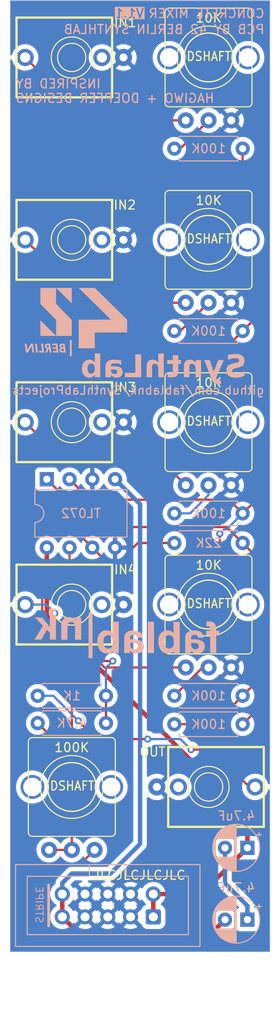
<source format=kicad_pcb>
(kicad_pcb (version 20240108) (generator "pcbnew") (generator_version "8.0")
  (layers (0 "F.Cu" signal) (31 "B.Cu" signal) (34 "B.Paste" user) (35 "F.Paste" user) (36 "B.SilkS" user "B.Silkscreen") (37 "F.SilkS" user "F.Silkscreen") (38 "B.Mask" user) (39 "F.Mask" user) (44 "Edge.Cuts" user))
  (net 0 "")
  (net 1 "GND")
  (net 2 "Net-(J1-PadT)")
  (net 3 "Net-(J2-PadT)")
  (net 5 "Net-(J3-PadT)")
  (net 7 "Net-(J4-PadT)")
  (net 9 "Net-(J5-PadT)")
  (net 11 "Net-(U2C-V+)")
  (net 12 "Net-(U2C-V-)")
  (net 13 "Net-(R1-Pad1)")
  (net 14 "Net-(U2A--)")
  (net 15 "Net-(R2-Pad1)")
  (net 16 "Net-(R3-Pad1)")
  (net 17 "Net-(R4-Pad1)")
  (net 18 "Net-(R5-Pad2)")
  (net 19 "Net-(U2B--)")
  (net 20 "Net-(R7-Pad1)")
  (net 21 "Net-(R7-Pad2)")
  (net 22 "Net-(C1-Pad2)")
  (footprint "Library:EighthInch_PJ398SM_T_TN_S" (layer "F.Cu") (at 83.540163 100.151843)
    (property "Reference" "J3" (hide yes))
    (property "Value" "IN3")
  )
  (footprint "Library:EighthInch_PJ398SM_T_TN_S" (layer "F.Cu") (at 98.7927 140.79 180)
    (property "Reference" "J5" (hide yes))
    (property "Value" "OUT")
  )
  (footprint "Library:Pot_9mm_DShaft_RemovedPins4_5" (layer "F.Cu") (at 98.7927 120.47 180)
    (property "Reference" "RV4" (hide yes))
    (property "Value" "10K")
  )
  (footprint "Library:Pot_9mm_DShaft_RemovedPins4_5" (layer "F.Cu") (at 83.540163 140.791843 180)
    (property "Reference" "RV5" (hide yes))
    (property "Value" "100K")
  )
  (footprint "Library:Pot_9mm_DShaft_RemovedPins4_5" (layer "F.Cu") (at 98.7927 59.51 180)
    (property "Reference" "RV1" (hide yes))
    (property "Value" "10K")
  )
  (footprint "Library:EighthInch_PJ398SM_T_TN_S" (layer "F.Cu") (at 83.540163 79.831843)
    (property "Reference" "J2" (hide yes))
    (property "Value" "IN2")
  )
  (footprint "Library:Pot_9mm_DShaft_RemovedPins4_5" (layer "F.Cu") (at 98.7927 100.15 180)
    (property "Reference" "RV3" (hide yes))
    (property "Value" "10K")
  )
  (footprint "Library:EighthInch_PJ398SM_T_TN_S" (layer "F.Cu") (at 83.540163 120.471843)
    (property "Reference" "J4" (hide yes))
    (property "Value" "IN4")
  )
  (footprint "Library:EighthInch_PJ398SM_T_TN_S" (layer "F.Cu") (at 83.540163 59.511843)
    (property "Reference" "J1" (hide yes))
    (property "Value" "IN1")
  )
  (footprint "Library:Pot_9mm_DShaft_RemovedPins4_5" (layer "F.Cu") (at 98.7927 79.83 180)
    (property "Reference" "RV2" (hide yes))
    (property "Value" "10K")
  )
  (footprint "Resistor_THT:R_Axial_DIN0207_L6.3mm_D2.5mm_P7.62mm_Horizontal" (layer "B.Cu") (at 94.9827 133.805)
    (property "Reference" "R5" (hide yes))
    (property "Value" "100K")
  )
  (footprint "Resistor_THT:R_Axial_DIN0207_L6.3mm_D2.5mm_P7.62mm_Horizontal" (layer "B.Cu") (at 79.730163 133.679843)
    (property "Reference" "R7" (hide yes))
    (property "Value" "4.7K")
  )
  (footprint "Resistor_THT:R_Axial_DIN0207_L6.3mm_D2.5mm_P7.62mm_Horizontal" (layer "B.Cu") (at 94.9827 130.63)
    (property "Reference" "R4" (hide yes))
    (property "Value" "100K")
  )
  (footprint "Capacitor_THT:CP_Radial_D5.0mm_P2.50mm" (layer "B.Cu") (at 103.134876 155.574643 180)
    (property "Reference" "C2" (hide yes))
    (property "Value" "4.7uF")
  )
  (footprint "Package_DIP:DIP-8_W7.62mm" (layer "B.Cu") (at 80.746163 106.501843 -90)
    (property "Reference" "U2" (hide yes))
    (property "Value" "TL072")
  )
  (footprint "Resistor_THT:R_Axial_DIN0207_L6.3mm_D2.5mm_P7.62mm_Horizontal" (layer "B.Cu") (at 94.9827 69.67)
    (property "Reference" "R1" (hide yes))
    (property "Value" "100K")
  )
  (footprint "Capacitor_THT:CP_Radial_D5.0mm_P2.50mm" (layer "B.Cu") (at 103.134876 147.573643 180)
    (property "Reference" "C1" (hide yes))
    (property "Value" "4.7uF")
  )
  (footprint "Resistor_THT:R_Axial_DIN0207_L6.3mm_D2.5mm_P7.62mm_Horizontal" (layer "B.Cu") (at 94.9827 110.31)
    (property "Reference" "R3" (hide yes))
    (property "Value" "100K")
  )
  (footprint "Resistor_THT:R_Axial_DIN0207_L6.3mm_D2.5mm_P7.62mm_Horizontal" (layer "B.Cu") (at 102.6027 113.612 180)
    (property "Reference" "R6" (hide yes))
    (property "Value" "22K")
  )
  (footprint "Library:IDC-Header_2x05_P2.54mm_Vertical_Euro_Power_Striped" (layer "B.Cu") (at 92.633363 155.268 90)
    (property "Reference" "J7" (hide yes))
    (property "Value" "Eurorack_Power_10pin_Unshrouded")
  )
  (footprint "Resistor_THT:R_Axial_DIN0207_L6.3mm_D2.5mm_P7.62mm_Horizontal" (layer "B.Cu") (at 87.350163 130.631843 180)
    (property "Reference" "R8" (hide yes))
    (property "Value" "1K")
  )
  (footprint "Resistor_THT:R_Axial_DIN0207_L6.3mm_D2.5mm_P7.62mm_Horizontal" (layer "B.Cu") (at 94.9827 89.99)
    (property "Reference" "R2" (hide yes))
    (property "Value" "100K")
  )
  (gr_poly (pts (xy 87.910242 88.721843) (xy 84.302163 88.721843) (xy 84.302163 91.916248) (xy 86.106247 91.916248) (xy 86.106247 90.150956) (xy 89.714256 90.150956) (xy 89.714256 88.721843) (xy 86.106247 85.191267) (xy 84.302163 85.191267)) (stroke (width -0.000001)) (fill solid) (layer "B.SilkS"))
  (gr_poly (pts (xy 97.086046 123.36072) (xy 96.97281 123.370112) (xy 96.86686 123.385861) (xy 96.768275 123.408043) (xy 96.721767 123.421571) (xy 96.67713 123.436736) (xy 96.634373 123.453549) (xy 96.593505 123.472018) (xy 96.554536 123.492154) (xy 96.517476 123.513966) (xy 96.482334 123.537465) (xy 96.449121 123.562659) (xy 96.417845 123.589558) (xy 96.388517 123.618172) (xy 96.361147 123.648511) (xy 96.335743 123.680584) (xy 96.312316 123.714402) (xy 96.290875 123.749973) (xy 96.27143 123.787307) (xy 96.253991 123.826415) (xy 96.238567 123.867306) (xy 96.225168 123.909989) (xy 96.213804 123.954474) (xy 96.204485 124.000771) (xy 96.197219 124.04889) (xy 96.192018 124.09884) (xy 96.18889 124.150632) (xy 96.187845 124.204273) (xy 96.187845 125.236148) (xy 96.185571 125.428384) (xy 96.179577 125.623101) (xy 96.175572 125.709762) (xy 96.171102 125.783091) (xy 96.166322 125.838436) (xy 96.161386 125.871147) (xy 96.809616 125.871147) (xy 96.814577 125.848436) (xy 96.819538 125.820918) (xy 96.82946 125.757046) (xy 96.839381 125.690693) (xy 96.844342 125.660075) (xy 96.849303 125.633022) (xy 96.867493 125.658092) (xy 96.887544 125.68351) (xy 96.909765 125.709006) (xy 96.934466 125.734308) (xy 96.947844 125.746802) (xy 96.961958 125.759145) (xy 96.976847 125.771305) (xy 96.99255 125.783246) (xy 97.009106 125.794935) (xy 97.026553 125.806339) (xy 97.044931 125.817423) (xy 97.064277 125.828153) (xy 97.084631 125.838495) (xy 97.106032 125.848416) (xy 97.128517 125.857882) (xy 97.152127 125.866858) (xy 97.1769 125.875312) (xy 97.202873 125.883208) (xy 97.230087 125.890513) (xy 97.258581 125.897193) (xy 97.288391 125.903214) (xy 97.319559 125.908542) (xy 97.352121 125.913144) (xy 97.386118 125.916985) (xy 97.421587 125.920031) (xy 97.458568 125.922249) (xy 97.4971 125.923605) (xy 97.53722 125.924064) (xy 97.592026 125.922914) (xy 97.644833 125.919517) (xy 97.695659 125.913949) (xy 97.74452 125.906288) (xy 97.791434 125.896611) (xy 97.836417 125.884997) (xy 97.879486 125.871522) (xy 97.920659 125.856265) (xy 97.959952 125.839302) (xy 97.997382 125.820711) (xy 98.032967 125.800571) (xy 98.066723 125.778957) (xy 98.098666 125.755948) (xy 98.128815 125.731621) (xy 98.157186 125.706054) (xy 98.183795 125.679325) (xy 98.208661 125.65151) (xy 98.2318 125.622687) (xy 98.253228 125.592935) (xy 98.272963 125.562329) (xy 98.291022 125.530949) (xy 98.307422 125.498871) (xy 98.322179 125.466172) (xy 98.335311 125.432932) (xy 98.356766 125.365132) (xy 98.371923 125.296092) (xy 98.380918 125.226433) (xy 98.383887 125.156773) (xy 98.38287 125.117085) (xy 97.709199 125.117085) (xy 97.707949 125.14914) (xy 97.70416 125.180673) (xy 97.701296 125.196176) (xy 97.697775 125.211469) (xy 97.693591 125.226524) (xy 97.688735 125.241315) (xy 97.683201 125.255815) (xy 97.676982 125.269999) (xy 97.67007 125.283838) (xy 97.662458 125.297306) (xy 97.654138 125.310378) (xy 97.645104 125.323025) (xy 97.635348 125.335222) (xy 97.624863 125.346942) (xy 97.613642 125.358157) (xy 97.601676 125.368843) (xy 97.58896 125.378971) (xy 97.575486 125.388515) (xy 97.561246 125.397449) (xy 97.546234 125.405746) (xy 97.530442 125.413379) (xy 97.513862 125.420322) (xy 97.496488 125.426548) (xy 97.478312 125.43203) (xy 97.459327 125.436742) (xy 97.439525 125.440657) (xy 97.4189 125.443748) (xy 97.397445 125.445989) (xy 97.375151 125.447353) (xy 97.352011 125.447814) (xy 97.312197 125.446932) (xy 97.274571 125.444319) (xy 97.239071 125.440031) (xy 97.205638 125.43412) (xy 97.17421 125.426639) (xy 97.144727 125.417642) (xy 97.117129 125.407181) (xy 97.091355 125.395311) (xy 97.067345 125.382084) (xy 97.045037 125.367554) (xy 97.024372 125.351774) (xy 97.005288 125.334798) (xy 96.987726 125.316678) (xy 96.971624 125.297468) (xy 96.956923 125.277221) (xy 96.943561 125.255991) (xy 96.931478 125.233831) (xy 96.920613 125.210794) (xy 96.910907 125.186933) (xy 96.902297 125.162302) (xy 96.894725 125.136954) (xy 96.888128 125.110942) (xy 96.877622 125.05714) (xy 96.870293 125.001323) (xy 96.865659 124.943917) (xy 96.863233 124.885348) (xy 96.862532 124.826043) (xy 96.862533 124.746668) (xy 97.140345 124.746668) (xy 97.214317 124.748212) (xy 97.282533 124.752818) (xy 97.345129 124.760447) (xy 97.402241 124.77106) (xy 97.454005 124.784618) (xy 97.500555 124.801084) (xy 97.521918 124.810394) (xy 97.542029 124.820417) (xy 97.560904 124.831147) (xy 97.578561 124.84258) (xy 97.595016 124.85471) (xy 97.610287 124.867533) (xy 97.62439 124.881044) (xy 97.637343 124.895238) (xy 97.649162 124.91011) (xy 97.659864 124.925656) (xy 97.669467 124.94187) (xy 97.677986 124.958748) (xy 97.68544 124.976285) (xy 97.691845 124.994476) (xy 97.697218 125.013316) (xy 97.701577 125.0328) (xy 97.707316 125.073683) (xy 97.709199 125.117085) (xy 98.38287 125.117085) (xy 98.382574 125.105535) (xy 98.378658 125.055997) (xy 98.372168 125.008155) (xy 98.363138 124.962004) (xy 98.351599 124.917539) (xy 98.337581 124.874755) (xy 98.321117 124.833647) (xy 98.302238 124.794211) (xy 98.280975 124.756441) (xy 98.25736 124.720333) (xy 98.231424 124.685882) (xy 98.2032 124.653082) (xy 98.172718 124.62193) (xy 98.140009 124.592421) (xy 98.105106 124.564549) (xy 98.06804 124.538309) (xy 98.028842 124.513697) (xy 97.987544 124.490709) (xy 97.944178 124.469338) (xy 97.898774 124.449581) (xy 97.851365 124.431432) (xy 97.801981 124.414886) (xy 97.750655 124.39994) (xy 97.697417 124.386587) (xy 97.6423 124.374823) (xy 97.585334 124.364644) (xy 97.526552 124.356044) (xy 97.465984 124.349018) (xy 97.403663 124.343562) (xy 97.339619 124.339671) (xy 97.206491 124.336564) (xy 96.849303 124.336564) (xy 96.849303 124.191044) (xy 96.850124 124.15884) (xy 96.852766 124.126888) (xy 96.8575 124.095439) (xy 96.864599 124.064747) (xy 96.86912 124.049762) (xy 96.874334 124.035062) (xy 96.880274 124.020676) (xy 96.886975 124.006636) (xy 96.894471 123.992975) (xy 96.902795 123.979723) (xy 96.911981 123.966911) (xy 96.922064 123.954572) (xy 96.933076 123.942737) (xy 96.945053 123.931438) (xy 96.958028 123.920705) (xy 96.972035 123.91057) (xy 96.987107 123.901065) (xy 97.00328 123.892222) (xy 97.020586 123.884071) (xy 97.039059 123.876644) (xy 97.058734 123.869974) (xy 97.079645 123.86409) (xy 97.101824 123.859026) (xy 97.125307 123.854811) (xy 97.150127 123.851478) (xy 97.176318 123.849059) (xy 97.203914 123.847584) (xy 97.232949 123.847086) (xy 97.259581 123.847433) (xy 97.284929 123.848468) (xy 97.309027 123.850181) (xy 97.33191 123.852563) (xy 97.35361 123.855604) (xy 97.374162 123.859294) (xy 97.393599 123.863624) (xy 97.411956 123.868583) (xy 97.429267 123.874162) (xy 97.445566 123.880352) (xy 97.460885 123.887143) (xy 97.47526 123.894525) (xy 97.488724 123.902488) (xy 97.501312 123.911022) (xy 97.513056 123.920119) (xy 97.523991 123.929768) (xy 97.534151 123.93996) (xy 97.54357 123.950684) (xy 97.552281 123.961932) (xy 97.56032 123.973693) (xy 97.567718 123.985958) (xy 97.574511 123.998717) (xy 97.586416 124.025679) (xy 97.596306 124.054502) (xy 97.604451 124.085107) (xy 97.611124 124.117418) (xy 97.616595 124.151356) (xy 98.264824 124.151356) (xy 98.254683 124.070499) (xy 98.238883 123.991909) (xy 98.22874 123.953591) (xy 98.217037 123.915993) (xy 98.203725 123.879165) (xy 98.188757 123.843158) (xy 98.172083 123.808023) (xy 98.153655 123.773812) (xy 98.133426 123.740574) (xy 98.111345 123.70836) (xy 98.087366 123.677222) (xy 98.061439 123.647211) (xy 98.033516 123.618377) (xy 98.003548 123.59077) (xy 97.971488 123.564443) (xy 97.937286 123.539446) (xy 97.900895 123.51583) (xy 97.862265 123.493645) (xy 97.821349 123.472942) (xy 97.778097 123.453773) (xy 97.732462 123.436188) (xy 97.684395 123.420238) (xy 97.633847 123.405974) (xy 97.58077 123.393447) (xy 97.525117 123.382708) (xy 97.466837 123.373807) (xy 97.405883 123.366796) (xy 97.342206 123.361724) (xy 97.275758 123.358644) (xy 97.206491 123.357607)) (stroke (width -0.000001)) (fill solid) (layer "B.SilkS"))
  (gr_poly (pts (xy 80.031852 90.536016) (xy 81.782889 90.536016) (xy 80.031852 88.806838)) (stroke (width -0.000001)) (fill solid) (layer "B.SilkS"))
  (gr_poly (pts (xy 90.286256 123.36072) (xy 90.17302 123.370112) (xy 90.067071 123.385861) (xy 89.968485 123.408043) (xy 89.921978 123.421571) (xy 89.877341 123.436736) (xy 89.834583 123.453549) (xy 89.793715 123.472018) (xy 89.754747 123.492154) (xy 89.717687 123.513966) (xy 89.682545 123.537465) (xy 89.649332 123.562659) (xy 89.618056 123.589558) (xy 89.588728 123.618172) (xy 89.561357 123.648511) (xy 89.535954 123.680584) (xy 89.512526 123.714402) (xy 89.491086 123.749973) (xy 89.471641 123.787307) (xy 89.454202 123.826415) (xy 89.438778 123.867306) (xy 89.425379 123.909989) (xy 89.414015 123.954474) (xy 89.404696 124.000771) (xy 89.39743 124.04889) (xy 89.392229 124.09884) (xy 89.389101 124.150632) (xy 89.388056 124.204273) (xy 89.388054 125.236148) (xy 89.38578 125.428384) (xy 89.379786 125.623101) (xy 89.375781 125.709762) (xy 89.371311 125.783091) (xy 89.366531 125.838436) (xy 89.361596 125.871147) (xy 90.009826 125.871147) (xy 90.014786 125.848436) (xy 90.019747 125.820918) (xy 90.029669 125.757046) (xy 90.039591 125.690693) (xy 90.044552 125.660075) (xy 90.049513 125.633022) (xy 90.067703 125.658092) (xy 90.087753 125.68351) (xy 90.109974 125.709006) (xy 90.134675 125.734308) (xy 90.148053 125.746802) (xy 90.162167 125.759145) (xy 90.177056 125.771305) (xy 90.19276 125.783246) (xy 90.209316 125.794935) (xy 90.226763 125.806339) (xy 90.24514 125.817423) (xy 90.264487 125.828153) (xy 90.284841 125.838495) (xy 90.306241 125.848416) (xy 90.328727 125.857882) (xy 90.352337 125.866858) (xy 90.377109 125.875312) (xy 90.403083 125.883208) (xy 90.430297 125.890513) (xy 90.45879 125.897193) (xy 90.488601 125.903214) (xy 90.519768 125.908542) (xy 90.552331 125.913144) (xy 90.586328 125.916985) (xy 90.621797 125.920031) (xy 90.658778 125.922249) (xy 90.697309 125.923605) (xy 90.73743 125.924064) (xy 90.792235 125.922914) (xy 90.845042 125.919517) (xy 90.895868 125.913949) (xy 90.944729 125.906288) (xy 90.991643 125.896611) (xy 91.036626 125.884997) (xy 91.079696 125.871522) (xy 91.120868 125.856265) (xy 91.160162 125.839302) (xy 91.197592 125.820711) (xy 91.233176 125.800571) (xy 91.266932 125.778957) (xy 91.298876 125.755948) (xy 91.329024 125.731621) (xy 91.357395 125.706054) (xy 91.384005 125.679325) (xy 91.40887 125.65151) (xy 91.432009 125.622687) (xy 91.453437 125.592935) (xy 91.473172 125.562329) (xy 91.491231 125.530949) (xy 91.507631 125.498871) (xy 91.522388 125.466172) (xy 91.53552 125.432932) (xy 91.556975 125.365132) (xy 91.572133 125.296092) (xy 91.581128 125.226433) (xy 91.584096 125.156773) (xy 91.583079 125.117085) (xy 90.909408 125.117085) (xy 90.908158 125.14914) (xy 90.904369 125.180673) (xy 90.901505 125.196176) (xy 90.897984 125.211469) (xy 90.893799 125.226524) (xy 90.888944 125.241315) (xy 90.88341 125.255815) (xy 90.877191 125.269999) (xy 90.870279 125.283838) (xy 90.862666 125.297306) (xy 90.854347 125.310378) (xy 90.845313 125.323025) (xy 90.835557 125.335222) (xy 90.825072 125.346942) (xy 90.81385 125.358157) (xy 90.801885 125.368843) (xy 90.789169 125.378971) (xy 90.775695 125.388515) (xy 90.761456 125.397449) (xy 90.746443 125.405746) (xy 90.730651 125.413379) (xy 90.714071 125.420322) (xy 90.696697 125.426548) (xy 90.678521 125.43203) (xy 90.659536 125.436742) (xy 90.639735 125.440657) (xy 90.61911 125.443748) (xy 90.597654 125.445989) (xy 90.57536 125.447353) (xy 90.552221 125.447814) (xy 90.512407 125.446932) (xy 90.474781 125.444319) (xy 90.439281 125.440031) (xy 90.405847 125.43412) (xy 90.37442 125.426639) (xy 90.344937 125.417642) (xy 90.317339 125.407181) (xy 90.291565 125.395311) (xy 90.267554 125.382084) (xy 90.245247 125.367554) (xy 90.224581 125.351774) (xy 90.205498 125.334798) (xy 90.187936 125.316678) (xy 90.171834 125.297468) (xy 90.157132 125.277221) (xy 90.14377 125.255991) (xy 90.131687 125.233831) (xy 90.120823 125.210794) (xy 90.111116 125.186933) (xy 90.102507 125.162302) (xy 90.094934 125.136954) (xy 90.088338 125.110942) (xy 90.077832 125.05714) (xy 90.070503 125.001323) (xy 90.065869 124.943917) (xy 90.063443 124.885348) (xy 90.062742 124.826043) (xy 90.062741 124.746668) (xy 90.340553 124.746668) (xy 90.414525 124.748212) (xy 90.482741 124.752818) (xy 90.545337 124.760447) (xy 90.602449 124.77106) (xy 90.654213 124.784618) (xy 90.700764 124.801084) (xy 90.722127 124.810394) (xy 90.742237 124.820417) (xy 90.761113 124.831147) (xy 90.778769 124.84258) (xy 90.795225 124.85471) (xy 90.810495 124.867533) (xy 90.824599 124.881044) (xy 90.837551 124.895238) (xy 90.84937 124.91011) (xy 90.860073 124.925656) (xy 90.869675 124.94187) (xy 90.878195 124.958748) (xy 90.885649 124.976285) (xy 90.892054 124.994476) (xy 90.897427 125.013316) (xy 90.901785 125.0328) (xy 90.907525 125.073683) (xy 90.909408 125.117085) (xy 91.583079 125.117085) (xy 91.582783 125.105535) (xy 91.578867 125.055997) (xy 91.572378 125.008155) (xy 91.563348 124.962004) (xy 91.551808 124.917539) (xy 91.537791 124.874755) (xy 91.521326 124.833647) (xy 91.502447 124.794211) (xy 91.481184 124.756441) (xy 91.457569 124.720333) (xy 91.431634 124.685882) (xy 91.403409 124.653082) (xy 91.372927 124.62193) (xy 91.340219 124.592421) (xy 91.305316 124.564549) (xy 91.268249 124.538309) (xy 91.229052 124.513697) (xy 91.187754 124.490709) (xy 91.144387 124.469338) (xy 91.098983 124.449581) (xy 91.051574 124.431432) (xy 91.00219 124.414886) (xy 90.950864 124.39994) (xy 90.897626 124.386587) (xy 90.842509 124.374823) (xy 90.785543 124.364644) (xy 90.726761 124.356044) (xy 90.666193 124.349018) (xy 90.603872 124.343562) (xy 90.539828 124.339671) (xy 90.4067 124.336564) (xy 90.049513 124.336564) (xy 90.049513 124.191044) (xy 90.050333 124.15884) (xy 90.052975 124.126888) (xy 90.05771 124.095439) (xy 90.064809 124.064747) (xy 90.06933 124.049762) (xy 90.074544 124.035062) (xy 90.080484 124.020676) (xy 90.087185 124.006636) (xy 90.09468 123.992975) (xy 90.103004 123.979723) (xy 90.112191 123.966911) (xy 90.122273 123.954572) (xy 90.133286 123.942737) (xy 90.145263 123.931438) (xy 90.158238 123.920705) (xy 90.172244 123.91057) (xy 90.187317 123.901065) (xy 90.203489 123.892222) (xy 90.220795 123.884071) (xy 90.239269 123.876644) (xy 90.258944 123.869974) (xy 90.279854 123.86409) (xy 90.302034 123.859026) (xy 90.325517 123.854811) (xy 90.350337 123.851478) (xy 90.376528 123.849059) (xy 90.404124 123.847584) (xy 90.433159 123.847086) (xy 90.459791 123.847433) (xy 90.485139 123.848468) (xy 90.509237 123.850181) (xy 90.532119 123.852563) (xy 90.553819 123.855604) (xy 90.574371 123.859294) (xy 90.593809 123.863624) (xy 90.612166 123.868583) (xy 90.629477 123.874162) (xy 90.645775 123.880352) (xy 90.661094 123.887143) (xy 90.675469 123.894525) (xy 90.688934 123.902488) (xy 90.701521 123.911022) (xy 90.713265 123.920119) (xy 90.7242 123.929768) (xy 90.73436 123.93996) (xy 90.743779 123.950684) (xy 90.752491 123.961932) (xy 90.760529 123.973693) (xy 90.767928 123.985958) (xy 90.774721 123.998717) (xy 90.786626 124.025679) (xy 90.796515 124.054502) (xy 90.804661 124.085107) (xy 90.811334 124.117418) (xy 90.816805 124.151356) (xy 91.465034 124.151356) (xy 91.454893 124.070499) (xy 91.439093 123.991909) (xy 91.42895 123.953591) (xy 91.417246 123.915993) (xy 91.403935 123.879165) (xy 91.388966 123.843158) (xy 91.372293 123.808023) (xy 91.353865 123.773812) (xy 91.333636 123.740574) (xy 91.311555 123.70836) (xy 91.287576 123.677222) (xy 91.261649 123.647211) (xy 91.233726 123.618377) (xy 91.203758 123.59077) (xy 91.171698 123.564443) (xy 91.137496 123.539446) (xy 91.101105 123.51583) (xy 91.062475 123.493645) (xy 91.021558 123.472942) (xy 90.978307 123.453773) (xy 90.932672 123.436188) (xy 90.884605 123.420238) (xy 90.834057 123.405974) (xy 90.780981 123.393447) (xy 90.725327 123.382708) (xy 90.667047 123.373807) (xy 90.606093 123.366796) (xy 90.542416 123.361724) (xy 90.475968 123.358644) (xy 90.406701 123.357607)) (stroke (width -0.000001)) (fill solid) (layer "B.SilkS"))
  (gr_poly (pts (xy 80.216435 92.216094) (xy 79.870174 92.216094) (xy 79.893346 92.393364) (xy 80.448177 92.393364) (xy 80.316627 91.39516) (xy 80.107377 91.39516)) (stroke (width -0.000001)) (fill solid) (layer "B.SilkS"))
  (gr_poly (pts (xy 83.537431 86.920454) (xy 83.537431 85.191267) (xy 81.786394 85.191267)) (stroke (width -0.000001)) (fill solid) (layer "B.SilkS"))
  (gr_poly (pts (xy 98.828252 122.339555) (xy 98.782829 122.341234) (xy 98.738025 122.343844) (xy 98.694772 122.347229) (xy 98.653999 122.351233) (xy 98.616637 122.355703) (xy 98.583616 122.360484) (xy 98.555866 122.365419) (xy 98.555866 122.907815) (xy 98.563459 122.907666) (xy 98.571343 122.907246) (xy 98.587905 122.905748) (xy 98.605398 122.903629) (xy 98.623665 122.9012) (xy 98.642553 122.898771) (xy 98.661906 122.896652) (xy 98.671708 122.895806) (xy 98.681569 122.895154) (xy 98.691468 122.894734) (xy 98.701387 122.894585) (xy 98.737208 122.895538) (xy 98.754091 122.896754) (xy 98.770297 122.898487) (xy 98.785835 122.900752) (xy 98.800712 122.903567) (xy 98.814935 122.906949) (xy 98.828511 122.910915) (xy 98.841447 122.915481) (xy 98.853751 122.920666) (xy 98.865431 122.926485) (xy 98.876492 122.932955) (xy 98.886943 122.940094) (xy 98.896791 122.947919) (xy 98.906043 122.956446) (xy 98.914707 122.965692) (xy 98.922789 122.975675) (xy 98.930297 122.986411) (xy 98.937238 122.997918) (xy 98.94362 123.010211) (xy 98.949449 123.023309) (xy 98.954734 123.037228) (xy 98.95948 123.051986) (xy 98.963696 123.067598) (xy 98.967389 123.084082) (xy 98.970566 123.101456) (xy 98.973234 123.119735) (xy 98.975401 123.138937) (xy 98.978259 123.180178) (xy 98.979199 123.225314) (xy 98.979199 123.384065) (xy 98.542637 123.384065) (xy 98.542637 123.900002) (xy 98.979199 123.900002) (xy 98.979199 125.857918) (xy 99.653886 125.871147) (xy 99.653886 123.913231) (xy 100.011074 123.913231) (xy 100.011074 123.397294) (xy 99.653886 123.397294) (xy 99.653886 123.185627) (xy 99.650934 123.091094) (xy 99.642053 123.001116) (xy 99.627202 122.915905) (xy 99.617526 122.875154) (xy 99.606344 122.835674) (xy 99.59365 122.797493) (xy 99.57944 122.760637) (xy 99.563709 122.725132) (xy 99.546451 122.691006) (xy 99.527663 122.658285) (xy 99.507339 122.626995) (xy 99.485474 122.597164) (xy 99.462064 122.568817) (xy 99.437103 122.541982) (xy 99.410587 122.516685) (xy 99.382512 122.492953) (xy 99.352871 122.470813) (xy 99.321661 122.45029) (xy 99.288876 122.431413) (xy 99.254512 122.414206) (xy 99.218564 122.398698) (xy 99.181027 122.384915) (xy 99.141896 122.372883) (xy 99.101166 122.362628) (xy 99.058832 122.354179) (xy 99.01489 122.347561) (xy 98.969335 122.3428) (xy 98.922162 122.339925) (xy 98.873366 122.33896)) (stroke (width -0.000001)) (fill solid) (layer "B.SilkS"))
  (gr_poly (pts (xy 92.020658 125.871147) (xy 92.708574 125.871147) (xy 92.708574 122.391877) (xy 92.020658 122.391877)) (stroke (width -0.000001)) (fill solid) (layer "B.SilkS"))
  (gr_poly (pts (xy 81.080138 122.960731) (xy 81.004691 122.860479) (xy 80.918081 122.749064) (xy 80.82155 122.627728) (xy 80.716336 122.49771) (xy 80.484826 122.21659) (xy 80.233472 121.915627) (xy 79.452952 121.915627) (xy 80.312848 122.841668) (xy 79.373576 124.376252) (xy 80.140868 124.376252) (xy 80.762639 123.278231) (xy 81.080138 123.582502) (xy 81.080138 124.376252) (xy 81.768054 124.376252) (xy 81.768054 120.91021) (xy 81.080138 120.91021)) (stroke (width -0.000001)) (fill solid) (layer "B.SilkS"))
  (gr_poly (pts (xy 94.891386 123.661877) (xy 94.870432 123.63215) (xy 94.847152 123.602656) (xy 94.821391 123.573626) (xy 94.792995 123.545295) (xy 94.77776 123.531463) (xy 94.761808 123.517893) (xy 94.74512 123.504614) (xy 94.727676 123.491655) (xy 94.709457 123.479044) (xy 94.690443 123.466811) (xy 94.670615 123.454985) (xy 94.649954 123.443595) (xy 94.628441 123.432671) (xy 94.606055 123.42224) (xy 94.582778 123.412333) (xy 94.558591 123.402978) (xy 94.533473 123.394204) (xy 94.507405 123.386041) (xy 94.480369 123.378517) (xy 94.452344 123.371662) (xy 94.423311 123.365504) (xy 94.393252 123.360073) (xy 94.362146 123.355398) (xy 94.329974 123.351508) (xy 94.296717 123.348432) (xy 94.262355 123.346198) (xy 94.22687 123.344837) (xy 94.190241 123.344377) (xy 94.127996 123.345992) (xy 94.067764 123.350785) (xy 94.009543 123.358678) (xy 93.95333 123.369595) (xy 93.899123 123.383457) (xy 93.846919 123.400187) (xy 93.796715 123.419708) (xy 93.748511 123.441942) (xy 93.702302 123.466811) (xy 93.658087 123.494238) (xy 93.615862 123.524146) (xy 93.575627 123.556457) (xy 93.537378 123.591093) (xy 93.501113 123.627977) (xy 93.466829 123.667031) (xy 93.434525 123.708179) (xy 93.404197 123.751341) (xy 93.375843 123.796442) (xy 93.349461 123.843403) (xy 93.325048 123.892147) (xy 93.302602 123.942596) (xy 93.282121 123.994673) (xy 93.263602 124.0483) (xy 93.247042 124.1034) (xy 93.23244 124.159895) (xy 93.219793 124.217708) (xy 93.209098 124.276762) (xy 93.200353 124.336978) (xy 93.193555 124.398279) (xy 93.188703 124.460588) (xy 93.184824 124.587918) (xy 93.18901 124.716289) (xy 93.201567 124.842838) (xy 93.222496 124.966674) (xy 93.251797 125.086906) (xy 93.289469 125.202642) (xy 93.335512 125.31299) (xy 93.389928 125.41706) (xy 93.420275 125.466462) (xy 93.452714 125.51396) (xy 93.487247 125.559442) (xy 93.523873 125.602798) (xy 93.562591 125.643916) (xy 93.603403 125.682683) (xy 93.646307 125.71899) (xy 93.691304 125.752724) (xy 93.738395 125.783774) (xy 93.787578 125.812029) (xy 93.838854 125.837377) (xy 93.892222 125.859707) (xy 93.947684 125.878908) (xy 94.005239 125.894867) (xy 94.064886 125.907473) (xy 94.126627 125.916616) (xy 94.19046 125.922183) (xy 94.256386 125.924064) (xy 94.323401 125.92283) (xy 94.385706 125.919155) (xy 94.443555 125.913076) (xy 94.497198 125.904633) (xy 94.546889 125.893865) (xy 94.592877 125.880811) (xy 94.635417 125.865508) (xy 94.674759 125.847996) (xy 94.711155 125.828314) (xy 94.744858 125.8065) (xy 94.776119 125.782593) (xy 94.80519 125.756632) (xy 94.832324 125.728656) (xy 94.857771 125.698703) (xy 94.881784 125.666812) (xy 94.904616 125.633022) (xy 94.90521 125.66333) (xy 94.90689 125.694413) (xy 94.909499 125.725807) (xy 94.912884 125.757045) (xy 94.916889 125.787663) (xy 94.921359 125.817197) (xy 94.926139 125.845179) (xy 94.931074 125.871147) (xy 95.579303 125.871147) (xy 95.579303 124.640834) (xy 94.917845 124.640834) (xy 94.916411 124.716589) (xy 94.911954 124.789843) (xy 94.904241 124.860269) (xy 94.89304 124.927535) (xy 94.878119 124.991314) (xy 94.859244 125.051275) (xy 94.836183 125.107088) (xy 94.823011 125.133337) (xy 94.808704 125.158426) (xy 94.793235 125.182313) (xy 94.776575 125.204957) (xy 94.758693 125.226318) (xy 94.739561 125.246353) (xy 94.719151 125.265023) (xy 94.697432 125.282284) (xy 94.674376 125.298098) (xy 94.649954 125.312422) (xy 94.624137 125.325214) (xy 94.596895 125.336435) (xy 94.568201 125.346042) (xy 94.538023 125.353995) (xy 94.506334 125.360253) (xy 94.473105 125.364773) (xy 94.438305 125.367516) (xy 94.401907 125.368439) (xy 94.370127 125.368753) (xy 94.339282 125.367234) (xy 94.309377 125.363908) (xy 94.280416 125.358801) (xy 94.252405 125.351941) (xy 94.225348 125.343353) (xy 94.199251 125.333065) (xy 94.174118 125.321103) (xy 94.149953 125.307494) (xy 94.126763 125.292265) (xy 94.104551 125.275441) (xy 94.083322 125.25705) (xy 94.063082 125.237119) (xy 94.043835 125.215674) (xy 94.025586 125.192741) (xy 94.00834 125.168348) (xy 93.992101 125.142521) (xy 93.976875 125.115286) (xy 93.962667 125.08667) (xy 93.94948 125.056701) (xy 93.937321 125.025404) (xy 93.926193 124.992806) (xy 93.916103 124.958934) (xy 93.907054 124.923815) (xy 93.899051 124.887475) (xy 93.8921 124.84994) (xy 93.886205 124.811238) (xy 93.881371 124.771395) (xy 93.877602 124.730438) (xy 93.874905 124.688393) (xy 93.873282 124.645287) (xy 93.872741 124.601147) (xy 93.874611 124.525541) (xy 93.88026 124.452707) (xy 93.889746 124.382934) (xy 93.903127 124.316513) (xy 93.920461 124.253736) (xy 93.941806 124.194893) (xy 93.967222 124.140274) (xy 93.981473 124.11464) (xy 93.996764 124.09017) (xy 94.013102 124.066903) (xy 94.030493 124.044873) (xy 94.048945 124.024117) (xy 94.068465 124.004672) (xy 94.089061 123.986573) (xy 94.11074 123.969858) (xy 94.133509 123.954562) (xy 94.157375 123.940722) (xy 94.182345 123.928374) (xy 94.208428 123.917555) (xy 94.23563 123.9083) (xy 94.263957 123.900647) (xy 94.293419 123.894631) (xy 94.324022 123.890289) (xy 94.355772 123.887657) (xy 94.388678 123.886772) (xy 94.425114 123.887508) (xy 94.460024 123.889717) (xy 94.493432 123.893399) (xy 94.525363 123.898554) (xy 94.55584 123.905182) (xy 94.584887 123.913282) (xy 94.61253 123.922855) (xy 94.638792 123.933901) (xy 94.663698 123.946419) (xy 94.687271 123.960411) (xy 94.709537 123.975875) (xy 94.730518 123.992812) (xy 94.75024 124.011222) (xy 94.768726 124.031104) (xy 94.786002 124.05246) (xy 94.80209 124.075288) (xy 94.817016 124.099588) (xy 94.830803 124.125362) (xy 94.843475 124.152609) (xy 94.855058 124.181328) (xy 94.865575 124.21152) (xy 94.875051 124.243184) (xy 94.883509 124.276322) (xy 94.890973 124.310932) (xy 94.897469 124.347015) (xy 94.90302 124.384571) (xy 94.911386 124.464101) (xy 94.916263 124.549522) (xy 94.917845 124.640834) (xy 95.579303 124.640834) (xy 95.579303 122.391877) (xy 94.891386 122.391877)) (stroke (width -0.000001)) (fill solid) (layer "B.SilkS"))
  (gr_poly (pts (xy 79.553909 92.393364) (xy 79.763159 92.393364) (xy 79.632292 91.39516) (xy 79.423041 91.39516)) (stroke (width -0.000001)) (fill solid) (layer "B.SilkS"))
  (gr_rect (start 83.319762 90.996495) (end 83.533979 92.792014) (stroke (width -0.000001)) (fill solid) (layer "B.SilkS"))
  (gr_poly (pts (xy 78.675312 91.909953) (xy 78.652223 91.949626) (xy 78.632713 91.9841) (xy 78.616783 92.013373) (xy 78.61016 92.026059) (xy 78.604431 92.037444) (xy 78.599279 92.04811) (xy 78.594382 92.058626) (xy 78.589739 92.068992) (xy 78.585352 92.079209) (xy 78.581219 92.089277) (xy 78.577342 92.099196) (xy 78.57372 92.108967) (xy 78.570353 92.118591) (xy 78.568905 92.084196) (xy 78.567283 92.051938) (xy 78.565491 92.021809) (xy 78.563532 91.993807) (xy 78.56149 91.967985) (xy 78.559447 91.94506) (xy 78.557401 91.925035) (xy 78.555349 91.907912) (xy 78.486511 91.395161) (xy 78.290208 91.395161) (xy 78.422438 92.393365) (xy 78.624883 92.393365) (xy 78.968404 91.812452) (xy 78.983657 91.786672) (xy 78.990708 91.774389) (xy 78.997377 91.762509) (xy 79.003661 91.751034) (xy 79.009562 91.739963) (xy 79.015078 91.729296) (xy 79.02021 91.719034) (xy 79.025055 91.709032) (xy 79.029709 91.699136) (xy 79.034171 91.689345) (xy 79.038441 91.67966) (xy 79.04252 91.670081) (xy 79.046408 91.66061) (xy 79.050104 91.651245) (xy 79.053609 91.641988) (xy 79.053609 91.674036) (xy 79.053779 91.699389) (xy 79.054289 91.724318) (xy 79.055139 91.748821) (xy 79.05633 91.772899) (xy 79.057864 91.796423) (xy 79.059741 91.819265) (xy 79.061958 91.841423) (xy 79.064512 91.862896) (xy 79.13881 92.393364) (xy 79.333072 92.393364) (xy 79.201524 91.39516) (xy 78.984091 91.39516)) (stroke (width -0.000001)) (fill solid) (layer "B.SilkS"))
  (gr_poly (pts (xy 85.406074 126.440002) (xy 85.855866 126.440002) (xy 85.855866 121.412918) (xy 85.406074 121.412918)) (stroke (width -0.000001)) (fill solid) (layer "B.SilkS"))
  (gr_poly (pts (xy 88.091597 123.661877) (xy 88.070642 123.63215) (xy 88.047361 123.602656) (xy 88.0216 123.573626) (xy 87.993204 123.545295) (xy 87.977969 123.531463) (xy 87.962017 123.517893) (xy 87.945329 123.504614) (xy 87.927885 123.491655) (xy 87.909666 123.479044) (xy 87.890652 123.466811) (xy 87.870825 123.454985) (xy 87.850164 123.443595) (xy 87.82865 123.432671) (xy 87.806264 123.42224) (xy 87.782987 123.412333) (xy 87.7588 123.402978) (xy 87.733682 123.394204) (xy 87.707614 123.386041) (xy 87.680578 123.378517) (xy 87.652553 123.371662) (xy 87.623521 123.365504) (xy 87.593461 123.360073) (xy 87.562355 123.355398) (xy 87.530183 123.351508) (xy 87.496926 123.348432) (xy 87.462565 123.346198) (xy 87.427079 123.344837) (xy 87.39045 123.344377) (xy 87.328206 123.345992) (xy 87.267974 123.350785) (xy 87.209753 123.358678) (xy 87.15354 123.369595) (xy 87.099332 123.383457) (xy 87.047128 123.400187) (xy 86.996925 123.419708) (xy 86.94872 123.441942) (xy 86.902511 123.466811) (xy 86.858296 123.494238) (xy 86.816072 123.524146) (xy 86.775837 123.556457) (xy 86.737588 123.591093) (xy 86.701323 123.627977) (xy 86.667039 123.667031) (xy 86.634734 123.708179) (xy 86.604406 123.751341) (xy 86.576052 123.796442) (xy 86.54967 123.843403) (xy 86.525258 123.892147) (xy 86.502812 123.942596) (xy 86.482331 123.994673) (xy 86.463811 124.0483) (xy 86.447252 124.1034) (xy 86.43265 124.159895) (xy 86.420002 124.217708) (xy 86.409307 124.276762) (xy 86.400562 124.336978) (xy 86.393765 124.398279) (xy 86.388913 124.460588) (xy 86.385034 124.587918) (xy 86.389219 124.716289) (xy 86.401777 124.842838) (xy 86.422706 124.966674) (xy 86.452006 125.086906) (xy 86.489678 125.202642) (xy 86.535722 125.31299) (xy 86.590137 125.41706) (xy 86.620484 125.466462) (xy 86.652924 125.51396) (xy 86.687457 125.559442) (xy 86.724082 125.602798) (xy 86.762801 125.643916) (xy 86.803612 125.682683) (xy 86.846517 125.71899) (xy 86.891514 125.752724) (xy 86.938604 125.783774) (xy 86.987787 125.812029) (xy 87.039063 125.837377) (xy 87.092432 125.859707) (xy 87.147893 125.878908) (xy 87.205448 125.894867) (xy 87.265096 125.907473) (xy 87.326836 125.916616) (xy 87.390669 125.922183) (xy 87.456595 125.924064) (xy 87.52361 125.92283) (xy 87.585916 125.919155) (xy 87.643765 125.913076) (xy 87.697408 125.904633) (xy 87.747098 125.893865) (xy 87.793087 125.880811) (xy 87.835626 125.865508) (xy 87.874968 125.847996) (xy 87.911365 125.828314) (xy 87.945067 125.8065) (xy 87.976328 125.782593) (xy 88.0054 125.756632) (xy 88.032533 125.728656) (xy 88.05798 125.698703) (xy 88.081994 125.666812) (xy 88.104825 125.633022) (xy 88.105419 125.66333) (xy 88.107099 125.694413) (xy 88.109708 125.725807) (xy 88.113093 125.757045) (xy 88.117098 125.787663) (xy 88.121568 125.817197) (xy 88.126348 125.845179) (xy 88.131283 125.871147) (xy 88.779512 125.871147) (xy 88.779512 124.640834) (xy 88.118054 124.640834) (xy 88.11662 124.716589) (xy 88.112163 124.789843) (xy 88.10445 124.860269) (xy 88.09325 124.927535) (xy 88.078328 124.991314) (xy 88.059453 125.051275) (xy 88.036392 125.107088) (xy 88.02322 125.133337) (xy 88.008913 125.158426) (xy 87.993444 125.182313) (xy 87.976783 125.204957) (xy 87.958902 125.226318) (xy 87.93977 125.246353) (xy 87.91936 125.265023) (xy 87.897641 125.282284) (xy 87.874585 125.298098) (xy 87.850163 125.312422) (xy 87.824346 125.325214) (xy 87.797104 125.336435) (xy 87.768409 125.346042) (xy 87.738232 125.353995) (xy 87.706543 125.360253) (xy 87.673314 125.364773) (xy 87.638514 125.367516) (xy 87.602117 125.368439) (xy 87.570336 125.368753) (xy 87.539491 125.367234) (xy 87.509586 125.363908) (xy 87.480625 125.358801) (xy 87.452614 125.351941) (xy 87.425558 125.343353) (xy 87.39946 125.333065) (xy 87.374327 125.321103) (xy 87.350163 125.307494) (xy 87.326972 125.292265) (xy 87.30476 125.275441) (xy 87.283531 125.25705) (xy 87.263291 125.237119) (xy 87.244044 125.215674) (xy 87.225795 125.192741) (xy 87.208549 125.168348) (xy 87.19231 125.142521) (xy 87.177084 125.115286) (xy 87.162876 125.08667) (xy 87.149689 125.056701) (xy 87.13753 125.025404) (xy 87.126402 124.992806) (xy 87.116312 124.958934) (xy 87.107263 124.923815) (xy 87.09926 124.887475) (xy 87.092309 124.84994) (xy 87.086414 124.811238) (xy 87.081579 124.771395) (xy 87.077811 124.730438) (xy 87.075113 124.688393) (xy 87.073491 124.645287) (xy 87.072949 124.601147) (xy 87.074819 124.525541) (xy 87.080468 124.452707) (xy 87.089954 124.382934) (xy 87.103335 124.316513) (xy 87.120669 124.253736) (xy 87.142015 124.194893) (xy 87.16743 124.140274) (xy 87.181682 124.11464) (xy 87.196973 124.09017) (xy 87.21331 124.066903) (xy 87.230701 124.044873) (xy 87.249153 124.024117) (xy 87.268674 124.004672) (xy 87.28927 123.986573) (xy 87.310948 123.969858) (xy 87.333717 123.954562) (xy 87.357583 123.940722) (xy 87.382554 123.928374) (xy 87.408636 123.917555) (xy 87.435838 123.9083) (xy 87.464166 123.900647) (xy 87.493628 123.894631) (xy 87.52423 123.890289) (xy 87.555981 123.887657) (xy 87.588887 123.886772) (xy 87.624159 123.887508) (xy 87.658053 123.889717) (xy 87.690585 123.893399) (xy 87.721773 123.898554) (xy 87.751634 123.905182) (xy 87.780184 123.913282) (xy 87.80744 123.922855) (xy 87.83342 123.933901) (xy 87.858141 123.946419) (xy 87.881618 123.960411) (xy 87.90387 123.975875) (xy 87.924913 123.992812) (xy 87.944765 124.011222) (xy 87.963441 124.031104) (xy 87.98096 124.05246) (xy 87.997338 124.075288) (xy 88.012592 124.099588) (xy 88.026739 124.125362) (xy 88.039795 124.152609) (xy 88.051779 124.181328) (xy 88.062707 124.21152) (xy 88.072595 124.243184) (xy 88.081461 124.276322) (xy 88.089322 124.310932) (xy 88.096195 124.347015) (xy 88.102096 124.384571) (xy 88.107043 124.4236) (xy 88.111052 124.464101) (xy 88.116326 124.549522) (xy 88.118054 124.640834) (xy 88.779512 124.640834) (xy 88.779512 122.391877) (xy 88.091597 122.391877)) (stroke (width -0.000001)) (fill solid) (layer "B.SilkS"))
  (gr_poly (pts (xy 83.138159 121.863678) (xy 83.093702 121.866576) (xy 83.050239 121.871398) (xy 83.0078 121.878135) (xy 82.966417 121.886782) (xy 82.926122 121.89733) (xy 82.886946 121.909772) (xy 82.848921 121.924101) (xy 82.812077 121.940311) (xy 82.776448 121.958392) (xy 82.742063 121.978339) (xy 82.708955 122.000143) (xy 82.677155 122.023799) (xy 82.646694 122.049297) (xy 82.617605 122.076632) (xy 82.589918 122.105796) (xy 82.563665 122.136781) (xy 82.538878 122.169581) (xy 82.515587 122.204187) (xy 82.493826 122.240594) (xy 82.473624 122.278793) (xy 82.455013 122.318777) (xy 82.438026 122.360539) (xy 82.422693 122.404072) (xy 82.409046 122.449369) (xy 82.397116 122.496421) (xy 82.386935 122.545223) (xy 82.378535 122.595766) (xy 82.371947 122.648043) (xy 82.367202 122.702048) (xy 82.364332 122.757773) (xy 82.363368 122.81521) (xy 82.363368 124.389481) (xy 83.051286 124.389481) (xy 83.051286 122.894585) (xy 83.0524 122.843454) (xy 83.055859 122.794359) (xy 83.061837 122.747472) (xy 83.070509 122.702969) (xy 83.082049 122.661024) (xy 83.088949 122.641065) (xy 83.096632 122.621811) (xy 83.105118 122.603284) (xy 83.114431 122.585505) (xy 83.124591 122.568497) (xy 83.135621 122.55228) (xy 83.147543 122.536878) (xy 83.160378 122.522311) (xy 83.174147 122.508602) (xy 83.188874 122.495772) (xy 83.204579 122.483843) (xy 83.221285 122.472838) (xy 83.239013 122.462776) (xy 83.257785 122.453682) (xy 83.277622 122.445575) (xy 83.298548 122.438479) (xy 83.320583 122.432415) (xy 83.343749 122.427404) (xy 83.368068 122.423469) (xy 83.393562 122.420631) (xy 83.420252 122.418913) (xy 83.448161 122.418335) (xy 83.476222 122.418804) (xy 83.503355 122.420224) (xy 83.529562 122.422619) (xy 83.554847 122.426009) (xy 83.579211 122.430416) (xy 83.602657 122.435863) (xy 83.625187 122.442371) (xy 83.646804 122.449961) (xy 83.667511 122.458656) (xy 83.687309 122.468477) (xy 83.706201 122.479447) (xy 83.724189 122.491586) (xy 83.741277 122.504918) (xy 83.757466 122.519463) (xy 83.772758 122.535243) (xy 83.787157 122.55228) (xy 83.800664 122.570597) (xy 83.813282 122.590214) (xy 83.825014 122.611154) (xy 83.835861 122.633438) (xy 83.845827 122.657089) (xy 83.854914 122.682127) (xy 83.863123 122.708575) (xy 83.870459 122.736455) (xy 83.876922 122.765788) (xy 83.882515 122.796597) (xy 83.887241 122.828902) (xy 83.891103 122.862726) (xy 83.894102 122.898091) (xy 83.896242 122.935019) (xy 83.89795 123.013647) (xy 83.89795 124.389481) (xy 84.585868 124.389481) (xy 84.585868 121.915627) (xy 83.924409 121.915627) (xy 83.919474 121.945005) (xy 83.914694 121.981979) (xy 83.910223 122.024225) (xy 83.906218 122.069416) (xy 83.902834 122.115227) (xy 83.900224 122.159333) (xy 83.898544 122.199408) (xy 83.89795 122.233127) (xy 83.881643 122.202805) (xy 83.862371 122.171632) (xy 83.83996 122.139993) (xy 83.814235 122.108276) (xy 83.785021 122.07687) (xy 83.769052 122.061404) (xy 83.752145 122.046161) (xy 83.734279 122.03119) (xy 83.715433 122.016538) (xy 83.695583 122.002254) (xy 83.674708 121.988387) (xy 83.652787 121.974985) (xy 83.629798 121.962097) (xy 83.605719 121.94977) (xy 83.580528 121.938054) (xy 83.554204 121.926997) (xy 83.526723 121.916647) (xy 83.498066 121.907053) (xy 83.46821 121.898263) (xy 83.437133 121.890326) (xy 83.404813 121.88329) (xy 83.371228 121.877203) (xy 83.336358 121.872115) (xy 83.300179 121.868073) (xy 83.262671 121.865126) (xy 83.223811 121.863322) (xy 83.183577 121.86271)) (stroke (width -0.000001)) (fill solid) (layer "B.SilkS"))
  (gr_poly (pts (xy 80.031903 86.972827) (xy 81.782907 88.754387) (xy 81.782907 90.536034) (xy 83.533979 90.536034) (xy 83.533979 88.754387) (xy 81.782907 86.972827) (xy 81.782907 85.191267) (xy 80.031903 85.191267)) (stroke (width -0.000001)) (fill solid) (layer "B.SilkS"))
  (gr_poly (pts (xy 82.501088 91.395373) (xy 82.471864 91.396014) (xy 82.444855 91.397081) (xy 82.420062 91.398574) (xy 82.397484 91.400494) (xy 82.377122 91.40284) (xy 82.358977 91.405611) (xy 82.343047 91.408809) (xy 82.335703 91.410588) (xy 82.328497 91.412517) (xy 82.32143 91.414594) (xy 82.314501 91.416821) (xy 82.307711 91.419196) (xy 82.301059 91.421721) (xy 82.294546 91.424394) (xy 82.288172 91.427217) (xy 82.281935 91.430189) (xy 82.275838 91.43331) (xy 82.269878 91.43658) (xy 82.264057 91.439999) (xy 82.258374 91.443568) (xy 82.25283 91.447285) (xy 82.247424 91.451152) (xy 82.242156 91.455168) (xy 82.236958 91.45939) (xy 82.231924 91.463701) (xy 82.227056 91.468104) (xy 82.222352 91.472596) (xy 82.217814 91.477179) (xy 82.21344 91.481853) (xy 82.209232 91.486617) (xy 82.205188 91.491472) (xy 82.201309 91.496418) (xy 82.197596 91.501454) (xy 82.194047 91.506581) (xy 82.190664 91.511798) (xy 82.187445 91.517106) (xy 82.184392 91.522505) (xy 82.181504 91.527995) (xy 82.178781 91.533575) (xy 82.176138 91.539241) (xy 82.173665 91.544987) (xy 82.171364 91.550812) (xy 82.169233 91.556717) (xy 82.167274 91.562702) (xy 82.165484 91.568767) (xy 82.163866 91.574911) (xy 82.162418 91.581135) (xy 82.161141 91.587439) (xy 82.160034 91.593823) (xy 82.159097 91.600287) (xy 82.158331 91.60683) (xy 82.157736 91.613453) (xy 82.15731 91.620156) (xy 82.157055 91.626938) (xy 82.15697 91.633801) (xy 82.157191 91.645776) (xy 82.157853 91.657495) (xy 82.158958 91.668958) (xy 82.160504 91.680166) (xy 82.162492 91.691119) (xy 82.164922 91.701815) (xy 82.167794 91.712256) (xy 82.171108 91.722441) (xy 82.174864 91.73237) (xy 82.179062 91.742044) (xy 82.183702 91.751462) (xy 82.188785 91.760625) (xy 82.19431 91.769531) (xy 82.200278 91.778182) (xy 82.206687 91.786578) (xy 82.21354 91.794717) (xy 82.22077 91.802532) (xy 82.22832 91.809952) (xy 82.236189 91.816978) (xy 82.244379 91.82361) (xy 82.252888 91.829847) (xy 82.261717 91.83569) (xy 82.270865 91.841139) (xy 82.280333 91.846194) (xy 82.29012 91.850854) (xy 82.300228 91.855121) (xy 82.310654 91.858993) (xy 82.321401 91.862471) (xy 82.332467 91.865555) (xy 82.343852 91.868245) (xy 82.355557 91.870541) (xy 82.367581 91.872443) (xy 82.355815 91.874407) (xy 82.344374 91.876716) (xy 82.333257 91.879371) (xy 82.322466 91.882373) (xy 82.312 91.885721) (xy 82.301859 91.889415) (xy 82.292042 91.893456) (xy 82.282551 91.897842) (xy 82.273384 91.902575) (xy 82.264541 91.907654) (xy 82.256024 91.91308) (xy 82.247831 91.918852) (xy 82.239962 91.924971) (xy 82.232418 91.931436) (xy 82.225198 91.938247) (xy 82.218303 91.945405) (xy 82.211701 91.952767) (xy 82.205525 91.96037) (xy 82.199774 91.968213) (xy 82.19445 91.976296) (xy 82.189551 91.984618) (xy 82.185078 91.993181) (xy 82.181031 92.001984) (xy 82.177409 92.011026) (xy 82.174214 92.020308) (xy 82.171445 92.029829) (xy 82.169101 92.039591) (xy 82.167184 92.049592) (xy 82.165693 92.059832) (xy 82.164628 92.070312) (xy 82.163988 92.081031) (xy 82.163775 92.09199) (xy 82.163903 92.101648) (xy 82.164286 92.111189) (xy 82.164925 92.120612) (xy 82.16582 92.129918) (xy 82.16697 92.139107) (xy 82.168376 92.148178) (xy 82.170038 92.157133) (xy 82.171955 92.16597) (xy 82.174127 92.17469) (xy 82.176555 92.183292) (xy 82.179239 92.191778) (xy 82.182179 92.200146) (xy 82.185374 92.208397) (xy 82.188824 92.216531) (xy 82.192531 92.224549) (xy 82.196493 92.232449) (xy 82.200697 92.240205) (xy 82.20513 92.247791) (xy 82.209792 92.255206) (xy 82.214683 92.26245) (xy 82.219804 92.269525) (xy 82.225153 92.276428) (xy 82.230731 92.283162) (xy 82.236539 92.289725) (xy 82.242575 92.296117) (xy 82.248841 92.302339) (xy 82.255335 92.308391) (xy 82.262058 92.314272) (xy 82.269011 92.319983) (xy 82.276192 92.325524) (xy 82.283602 92.330895) (xy 82.291242 92.336095) (xy 82.297209 92.339944) (xy 82.303351 92.343649) (xy 82.309669 92.34721) (xy 82.316163 92.350627) (xy 82.322832 92.3539) (xy 82.329677 92.357029) (xy 82.336698 92.360014) (xy 82.343894 92.362856) (xy 82.351267 92.365553) (xy 82.358815 92.368107) (xy 82.366539 92.370517) (xy 82.374439 92.372784) (xy 82.382516 92.374907) (xy 82.390768 92.376886) (xy 82.399197 92.378721) (xy 82.407802 92.380413) (xy 82.42664 92.38345) (xy 82.448397 92.386082) (xy 82.473072 92.388308) (xy 82.500666 92.390129) (xy 82.531178 92.391545) (xy 82.564608 92.392556) (xy 82.600957 92.393162) (xy 82.640224 92.393364) (xy 82.870605 92.393364) (xy 82.84886 92.228364) (xy 82.642946 92.228364) (xy 82.602046 92.228364) (xy 82.570756 92.227864) (xy 82.54198 92.226361) (xy 82.528535 92.225235) (xy 82.515718 92.223857) (xy 82.50353 92.22223) (xy 82.49197 92.220352) (xy 82.481039 92.218224) (xy 82.470735 92.215846) (xy 82.46106 92.213217) (xy 82.452014 92.210338) (xy 82.443595 92.207208) (xy 82.435805 92.203828) (xy 82.428643 92.200198) (xy 82.42211 92.196317) (xy 82.419007 92.194228) (xy 82.416002 92.19205) (xy 82.413096 92.189785) (xy 82.410288 92.187432) (xy 82.407579 92.184991) (xy 82.404968 92.182463) (xy 82.402456 92.179846) (xy 82.400042 92.177142) (xy 82.397727 92.174349) (xy 82.39551 92.171469) (xy 82.393392 92.168501) (xy 82.391372 92.165445) (xy 82.389451 92.162301) (xy 82.387628 92.159069) (xy 82.385904 92.15575) (xy 82.384278 92.152342) (xy 82.382751 92.148846) (xy 82.381322 92.145263) (xy 82.379992 92.141592) (xy 82.37876 92.137833) (xy 82.377627 92.133985) (xy 82.376592 92.13005) (xy 82.374818 92.121916) (xy 82.373439 92.113431) (xy 82.372453 92.104593) (xy 82.371862 92.095404) (xy 82.371665 92.085863) (xy 82.371827 92.077748) (xy 82.372315 92.069936) (xy 82.373128 92.062428) (xy 82.374265 92.055223) (xy 82.375728 92.048322) (xy 82.377515 92.041725) (xy 82.379627 92.035431) (xy 82.382064 92.029441) (xy 82.384826 92.023754) (xy 82.387913 92.01837) (xy 82.391324 92.013291) (xy 82.395059 92.008514) (xy 82.399119 92.004042) (xy 82.403504 91.999873) (xy 82.408213 91.996007) (xy 82.413246 91.992445) (xy 82.418732 91.989062) (xy 82.424793 91.985897) (xy 82.431428 91.98295) (xy 82.438638 91.980222) (xy 82.446423 91.977711) (xy 82.454783 91.975419) (xy 82.463717 91.973344) (xy 82.473227 91.971488) (xy 82.483311 91.969851) (xy 82.493971 91.968431) (xy 82.505206 91.96723) (xy 82.517015 91.966247) (xy 82.529401 91.965483) (xy 82.542361 91.964936) (xy 82.555897 91.964609) (xy 82.570008 91.9645) (xy 82.607506 91.9645) (xy 82.642946 92.228364) (xy 82.84886 92.228364) (xy 82.792431 91.800179) (xy 82.587057 91.800179) (xy 82.564565 91.800179) (xy 82.536556 91.799711) (xy 82.523398 91.799125) (xy 82.510804 91.798304) (xy 82.498775 91.797249) (xy 82.48731 91.79596) (xy 82.476409 91.794437) (xy 82.466073 91.792679) (xy 82.456301 91.790686) (xy 82.447094 91.788459) (xy 82.438451 91.785998) (xy 82.430372 91.783302) (xy 82.422858 91.780372) (xy 82.415908 91.777208) (xy 82.409522 91.773809) (xy 82.403701 91.770176) (xy 82.400976 91.76826) (xy 82.398338 91.766263) (xy 82.395786 91.764184) (xy 82.393321 91.762025) (xy 82.390942 91.759784) (xy 82.388649 91.757462) (xy 82.386443 91.755059) (xy 82.384323 91.752574) (xy 82.38229 91.750009) (xy 82.380343 91.747362) (xy 82.378483 91.744634) (xy 82.376709 91.741825) (xy 82.375021 91.738934) (xy 82.37342 91.735963) (xy 82.371906 91.73291) (xy 82.370478 91.729776) (xy 82.369136 91.72656) (xy 82.367881 91.723264) (xy 82.365631 91.716428) (xy 82.363726 91.709266) (xy 82.362168 91.70178) (xy 82.360956 91.693969) (xy 82.36009 91.685834) (xy 82.35957 91.677373) (xy 82.359397 91.668588) (xy 82.359538 91.66106) (xy 82.359962 91.65382) (xy 82.360667 91.646868) (xy 82.361655 91.640203) (xy 82.362925 91.633826) (xy 82.364477 91.627737) (xy 82.366311 91.621935) (xy 82.368427 91.616422) (xy 82.370826 91.611196) (xy 82.373507 91.606258) (xy 82.37647 91.601608) (xy 82.379715 91.597245) (xy 82.383243 91.593171) (xy 82.387052 91.589384) (xy 82.391144 91.585886) (xy 82.395518 91.582675) (xy 82.400225 91.579701) (xy 82.40548 91.576919) (xy 82.411284 91.574329) (xy 82.417635 91.571931) (xy 82.424534 91.569724) (xy 82.431982 91.56771) (xy 82.439978 91.565887) (xy 82.448522 91.564256) (xy 82.457614 91.562817) (xy 82.467254 91.56157) (xy 82.477443 91.560515) (xy 82.48818 91.559651) (xy 82.499465 91.55898) (xy 82.511299 91.5585) (xy 82.523681 91.558212) (xy 82.536612 91.558116) (xy 82.55502 91.558117) (xy 82.587057 91.800179) (xy 82.792431 91.800179) (xy 82.739055 91.39516) (xy 82.532527 91.39516)) (stroke (width -0.000001)) (fill solid) (layer "B.SilkS"))
  (gr_poly (pts (xy 81.356753 91.571086) (xy 81.743916 91.571086) (xy 81.773212 91.795397) (xy 81.387429 91.795397) (xy 81.409921 91.967222) (xy 81.796401 91.967222) (xy 81.829118 92.217454) (xy 81.441958 92.217454) (xy 81.46581 92.393364) (xy 82.0595 92.393364) (xy 81.927951 91.39516) (xy 81.334942 91.39516)) (stroke (width -0.000001)) (fill solid) (layer "B.SilkS"))
  (gr_poly (pts (xy 80.891159 91.395373) (xy 80.862032 91.396014) (xy 80.835185 91.397081) (xy 80.810616 91.398574) (xy 80.788327 91.400494) (xy 80.768316 91.40284) (xy 80.750583 91.405611) (xy 80.735128 91.408809) (xy 80.727943 91.410588) (xy 80.72087 91.412517) (xy 80.713909 91.414594) (xy 80.70706 91.416821) (xy 80.700322 91.419196) (xy 80.693696 91.421721) (xy 80.687181 91.424394) (xy 80.680778 91.427217) (xy 80.674487 91.430189) (xy 80.668307 91.43331) (xy 80.662239 91.43658) (xy 80.656282 91.439999) (xy 80.650438 91.443568) (xy 80.644705 91.447285) (xy 80.639083 91.451152) (xy 80.633573 91.455168) (xy 80.627614 91.459664) (xy 80.621837 91.464287) (xy 80.61624 91.469039) (xy 80.610825 91.473918) (xy 80.605591 91.478925) (xy 80.600537 91.48406) (xy 80.595665 91.489324) (xy 80.590974 91.494714) (xy 80.586463 91.500233) (xy 80.582134 91.50588) (xy 80.577985 91.511654) (xy 80.574018 91.517556) (xy 80.570231 91.523586) (xy 80.566625 91.529744) (xy 80.5632 91.536029) (xy 80.559956 91.542442) (xy 80.556904 91.548879) (xy 80.554048 91.555407) (xy 80.551389 91.562026) (xy 80.548927 91.568735) (xy 80.546662 91.575535) (xy 80.544594 91.582426) (xy 80.542722 91.589407) (xy 80.541048 91.596478) (xy 80.53957 91.60364) (xy 80.538289 91.610892) (xy 80.537205 91.618235) (xy 80.536319 91.625667) (xy 80.535629 91.63319) (xy 80.535136 91.640803) (xy 80.534841 91.648506) (xy 80.534742 91.656299) (xy 80.534995 91.670463) (xy 80.535754 91.684319) (xy 80.537019 91.697865) (xy 80.538789 91.711102) (xy 80.541066 91.724031) (xy 80.543848 91.73665) (xy 80.547136 91.748961) (xy 80.55093 91.760963) (xy 80.55523 91.772656) (xy 80.560036 91.78404) (xy 80.565348 91.795115) (xy 80.571166 91.805882) (xy 80.577489 91.816339) (xy 80.584319 91.826488) (xy 80.591654 91.836327) (xy 80.599495 91.845858) (xy 80.607725 91.85496) (xy 80.616397 91.863689) (xy 80.625511 91.872046) (xy 80.635066 91.88003) (xy 80.645063 91.887641) (xy 80.655503 91.894879) (xy 80.666384 91.901745) (xy 80.677707 91.908238) (xy 80.689472 91.914358) (xy 80.70168 91.920106) (xy 80.71433 91.925481) (xy 80.727421 91.930483) (xy 80.740956 91.935112) (xy 80.754932 91.939369) (xy 80.769351 91.943253) (xy 80.784212 91.946765) (xy 80.557914 92.393363) (xy 80.786934 92.393363) (xy 80.992102 91.935175) (xy 81.052074 92.393364) (xy 81.262022 92.393364) (xy 81.187343 91.826765) (xy 80.978473 91.826765) (xy 80.947799 91.826765) (xy 80.919338 91.826264) (xy 80.906003 91.825638) (xy 80.893265 91.824762) (xy 80.881124 91.823635) (xy 80.869579 91.822258) (xy 80.858631 91.820631) (xy 80.848279 91.818753) (xy 80.838524 91.816625) (xy 80.829366 91.814246) (xy 80.820804 91.811617) (xy 80.812838 91.808738) (xy 80.805468 91.805608) (xy 80.798694 91.802228) (xy 80.792516 91.798598) (xy 80.786934 91.794717) (xy 80.784292 91.792627) (xy 80.781733 91.790445) (xy 80.779259 91.788174) (xy 80.776868 91.785811) (xy 80.774561 91.783359) (xy 80.772338 91.780815) (xy 80.770199 91.778181) (xy 80.768144 91.775457) (xy 80.766173 91.772642) (xy 80.764286 91.769736) (xy 80.760764 91.763654) (xy 80.757577 91.757209) (xy 80.754725 91.750402) (xy 80.752209 91.743232) (xy 80.750029 91.735701) (xy 80.748184 91.727807) (xy 80.746675 91.71955) (xy 80.745501 91.710931) (xy 80.744663 91.70195) (xy 80.74416 91.692607) (xy 80.743992 91.682901) (xy 80.744133 91.674621) (xy 80.744556 91.666655) (xy 80.745262 91.659004) (xy 80.746249 91.651666) (xy 80.747519 91.644643) (xy 80.749071 91.637934) (xy 80.750905 91.631539) (xy 80.753022 91.625458) (xy 80.75542 91.619691) (xy 80.758101 91.614239) (xy 80.761064 91.609101) (xy 80.764309 91.604276) (xy 80.767837 91.599767) (xy 80.771646 91.595571) (xy 80.775738 91.591689) (xy 80.780112 91.588122) (xy 80.784814 91.584821) (xy 80.790053 91.581733) (xy 80.79583 91.578858) (xy 80.802144 91.576196) (xy 80.808996 91.573747) (xy 80.816385 91.57151) (xy 80.824312 91.569486) (xy 80.832776 91.567676) (xy 80.841778 91.566078) (xy 80.851317 91.564693) (xy 80.861394 91.563521) (xy 80.872009 91.562562) (xy 80.883161 91.561817) (xy 80.894851 91.561284) (xy 80.907079 91.560964) (xy 80.919845 91.560858) (xy 80.943697 91.560858) (xy 80.978473 91.826765) (xy 81.187343 91.826765) (xy 81.130456 91.39516) (xy 80.922566 91.39516)) (stroke (width -0.000001)) (fill solid) (layer "B.SilkS"))
  (gr_rect (start 76.66 53.16) (end 105.66 159.16) (stroke (width 0.05)) (fill none) (layer "Edge.Cuts"))
  (gr_text "SynthLab" (at 103.060275 95.566522 0) (layer "B.SilkS") (effects (font (size 2.5 2.5) (thickness 0.3) (bold yes)) (justify left bottom mirror)))
  (gr_text "V1.1" (at 91.668 55.192163 0) (layer "B.SilkS" knockout) (effects (font (size 1 1)) (justify left bottom mirror)))
  (gr_text "PCB BY 42 BERLIN SYNTHLAB" (at 105.13 56.970163 0) (layer "B.SilkS") (effects (font (size 1 1)) (justify left bottom mirror)))
  (gr_text "CONCRETE MIXER" (at 105.130163 55.193843 0) (layer "B.SilkS") (effects (font (size 1 1)) (justify left bottom mirror)))
  (gr_text "github.com/fablabnk/SynthLabProjects" (at 105.092275 97.141322 0) (layer "B.SilkS") (effects (font (size 0.95 0.95)) (justify left bottom mirror)))
  (gr_text "INSPIRED BY\nHAGIWO + DOEPFER DESIGNS\n" (at 77.19 64.6408 0) (layer "B.SilkS") (effects (font (size 1 1)) (justify right bottom mirror)))
  (gr_text "JLCJLCJLCJLC" (at 85.826 151.204 0) (layer "F.SilkS") (effects (font (size 1 1)) (justify left bottom)))
  (segment (start 85.343563 66.522243) (end 78.333163 59.511843) (width 0.25) (layer "F.Cu") (net 2))
  (segment (start 96.252863 66.522243) (end 85.343563 66.522243) (width 0.25) (layer "F.Cu") (net 2))
  (segment (start 96.252863 86.842243) (end 85.343563 86.842243) (width 0.25) (layer "F.Cu") (net 3))
  (segment (start 85.343563 86.842243) (end 78.333163 79.831843) (width 0.25) (layer "F.Cu") (net 3))
  (segment (start 96.252863 107.162243) (end 92.036463 102.945843) (width 0.25) (layer "F.Cu") (net 5))
  (segment (start 92.036463 102.945843) (end 81.127163 102.945843) (width 0.25) (layer "F.Cu") (net 5))
  (segment (start 81.127163 102.945843) (end 78.333163 100.151843) (width 0.25) (layer "F.Cu") (net 5))
  (segment (start 81.645204 121.438802) (end 81.645204 121.930948) (width 0.25) (layer "F.Cu") (net 7))
  (segment (start 81.645204 121.930948) (end 87.196499 127.482243) (width 0.25) (layer "F.Cu") (net 7))
  (segment (start 87.196499 127.482243) (end 96.252863 127.482243) (width 0.25) (layer "F.Cu") (net 7))
  (via (at 81.645204 121.438802) (size 0.8) (drill 0.4) (layers "F.Cu" "B.Cu") (net 7))
  (segment (start 80.678245 120.471843) (end 78.333163 120.471843) (width 0.25) (layer "B.Cu") (net 7))
  (segment (start 81.645204 121.438802) (end 80.678245 120.471843) (width 0.25) (layer "B.Cu") (net 7))
  (segment (start 92.010163 135.457843) (end 90.398163 135.457843) (width 0.25) (layer "F.Cu") (net 9))
  (segment (start 99.195122 136.634802) (end 96.841204 136.634802) (width 0.25) (layer "F.Cu") (net 9))
  (segment (start 89.128163 136.727843) (end 87.567326 136.727843) (width 0.25) (layer "F.Cu") (net 9))
  (segment (start 87.567326 136.727843) (end 84.265326 133.425843) (width 0.25) (layer "F.Cu") (net 9))
  (segment (start 103.35032 140.79) (end 99.195122 136.634802) (width 0.25) (layer "F.Cu") (net 9))
  (segment (start 90.398163 135.457843) (end 89.128163 136.727843) (width 0.25) (layer "F.Cu") (net 9))
  (segment (start 103.9997 140.79) (end 103.35032 140.79) (width 0.25) (layer "F.Cu") (net 9))
  (via (at 84.265326 133.425843) (size 0.8) (drill 0.4) (layers "F.Cu" "B.Cu") (net 9))
  (via (at 96.841204 136.634802) (size 0.8) (drill 0.4) (layers "F.Cu" "B.Cu") (net 9))
  (via (at 92.010163 135.457843) (size 0.8) (drill 0.4) (layers "F.Cu" "B.Cu") (net 9))
  (segment (start 84.265326 133.425843) (end 81.471326 130.631843) (width 0.25) (layer "B.Cu") (net 9))
  (segment (start 81.471326 130.631843) (end 79.730163 130.631843) (width 0.25) (layer "B.Cu") (net 9))
  (segment (start 92.010163 135.457843) (end 95.664245 135.457843) (width 0.25) (layer "B.Cu") (net 9))
  (segment (start 95.664245 135.457843) (end 96.841204 136.634802) (width 0.25) (layer "B.Cu") (net 9))
  (segment (start 97.980519 152.728) (end 103.134876 147.573643) (width 0.5) (layer "F.Cu") (net 11))
  (segment (start 103.134876 147.573643) (end 103.134876 144.130556) (width 0.5) (layer "F.Cu") (net 11))
  (segment (start 92.633363 155.268) (end 92.633363 152.728) (width 0.5) (layer "F.Cu") (net 11))
  (segment (start 103.134876 144.130556) (end 80.746163 121.741843) (width 0.5) (layer "F.Cu") (net 11))
  (segment (start 80.746163 121.741843) (end 80.746163 114.121843) (width 0.5) (layer "F.Cu") (net 11))
  (segment (start 92.633363 152.728) (end 97.980519 152.728) (width 0.5) (layer "F.Cu") (net 11))
  (segment (start 98.907676 157.301843) (end 100.634876 155.574643) (width 0.5) (layer "F.Cu") (net 12))
  (segment (start 82.473363 155.268) (end 84.507206 157.301843) (width 0.5) (layer "F.Cu") (net 12))
  (segment (start 84.507206 157.301843) (end 98.907676 157.301843) (width 0.5) (layer "F.Cu") (net 12))
  (segment (start 82.473363 155.268) (end 82.473363 152.728) (width 0.5) (layer "F.Cu") (net 12))
  (segment (start 82.473363 151.510643) (end 83.540163 150.443843) (width 0.5) (layer "B.Cu") (net 12))
  (segment (start 83.540163 150.443843) (end 87.858163 150.443843) (width 0.5) (layer "B.Cu") (net 12))
  (segment (start 91.160163 147.141843) (end 91.160163 109.295843) (width 0.5) (layer "B.Cu") (net 12))
  (segment (start 91.160163 109.295843) (end 88.366163 106.501843) (width 0.5) (layer "B.Cu") (net 12))
  (segment (start 87.858163 150.443843) (end 91.160163 147.141843) (width 0.5) (layer "B.Cu") (net 12))
  (segment (start 82.473363 152.728) (end 82.473363 151.510643) (width 0.5) (layer "B.Cu") (net 12))
  (segment (start 95.645106 69.67) (end 94.9827 69.67) (width 0.25) (layer "F.Cu") (net 13))
  (segment (start 98.792863 66.522243) (end 95.645106 69.67) (width 0.25) (layer "F.Cu") (net 13))
  (segment (start 102.6027 110.31) (end 101.080543 108.787843) (width 0.25) (layer "F.Cu") (net 14))
  (segment (start 85.572163 108.787843) (end 83.286163 106.501843) (width 0.25) (layer "F.Cu") (net 14))
  (segment (start 94.9827 133.805) (end 99.4277 133.805) (width 0.25) (layer "F.Cu") (net 14))
  (segment (start 103.606163 109.306537) (end 102.6027 110.31) (width 0.25) (layer "F.Cu") (net 14))
  (segment (start 102.6027 74.659543) (end 102.6027 69.67) (width 0.25) (layer "F.Cu") (net 14))
  (segment (start 103.860163 129.372537) (end 102.6027 130.63) (width 0.25) (layer "F.Cu") (net 14))
  (segment (start 100.050163 112.576806) (end 100.050163 121.995843) (width 0.25) (layer "F.Cu") (net 14))
  (segment (start 99.4277 133.805) (end 102.6027 130.63) (width 0.25) (layer "F.Cu") (net 14))
  (segment (start 100.812163 91.780537) (end 100.812163 102.945843) (width 0.25) (layer "F.Cu") (net 14))
  (segment (start 100.812163 102.945843) (end 103.606163 105.739843) (width 0.25) (layer "F.Cu") (net 14))
  (segment (start 103.606163 105.739843) (end 103.606163 109.306537) (width 0.25) (layer "F.Cu") (net 14))
  (segment (start 102.6027 89.99) (end 100.812163 91.780537) (width 0.25) (layer "F.Cu") (net 14))
  (segment (start 100.050163 121.995843) (end 103.860163 125.805843) (width 0.25) (layer "F.Cu") (net 14))
  (segment (start 105.235 77.291843) (end 102.6027 74.659543) (width 0.25) (layer "F.Cu") (net 14))
  (segment (start 105.235 87.3577) (end 105.235 77.291843) (width 0.25) (layer "F.Cu") (net 14))
  (segment (start 103.860163 125.805843) (end 103.860163 129.372537) (width 0.25) (layer "F.Cu") (net 14))
  (segment (start 101.080543 108.787843) (end 85.572163 108.787843) (width 0.25) (layer "F.Cu") (net 14))
  (segment (start 102.6027 89.99) (end 105.235 87.3577) (width 0.25) (layer "F.Cu") (net 14))
  (via (at 100.050163 112.576806) (size 0.8) (drill 0.4) (layers "F.Cu" "B.Cu") (net 14))
  (segment (start 100.526432 112.100537) (end 100.812163 112.100537) (width 0.25) (layer "B.Cu") (net 14))
  (segment (start 100.812163 112.100537) (end 102.6027 110.31) (width 0.25) (layer "B.Cu") (net 14))
  (segment (start 100.050163 112.576806) (end 100.526432 112.100537) (width 0.25) (layer "B.Cu") (net 14))
  (segment (start 98.792863 86.842243) (end 95.645106 89.99) (width 0.25) (layer "F.Cu") (net 15))
  (segment (start 95.645106 89.99) (end 94.9827 89.99) (width 0.25) (layer "F.Cu") (net 15))
  (segment (start 96.750006 110.31) (end 98.792863 108.267143) (width 0.25) (layer "B.Cu") (net 16))
  (segment (start 94.9827 110.31) (end 96.750006 110.31) (width 0.25) (layer "B.Cu") (net 16))
  (segment (start 98.792863 108.267143) (end 98.792863 107.162243) (width 0.25) (layer "B.Cu") (net 16))
  (segment (start 98.130457 127.482243) (end 98.792863 127.482243) (width 0.25) (layer "F.Cu") (net 17))
  (segment (start 94.9827 130.63) (end 98.130457 127.482243) (width 0.25) (layer "F.Cu") (net 17))
  (segment (start 102.6027 113.612) (end 100.826543 111.835843) (width 0.25) (layer "F.Cu") (net 18))
  (segment (start 105.130163 131.277537) (end 105.130163 116.139463) (width 0.25) (layer "F.Cu") (net 18))
  (segment (start 86.080163 111.835843) (end 80.746163 106.501843) (width 0.25) (layer "F.Cu") (net 18))
  (segment (start 105.130163 116.139463) (end 102.6027 113.612) (width 0.25) (layer "F.Cu") (net 18))
  (segment (start 102.6027 133.805) (end 105.130163 131.277537) (width 0.25) (layer "F.Cu") (net 18))
  (segment (start 100.826543 111.835843) (end 86.080163 111.835843) (width 0.25) (layer "F.Cu") (net 18))
  (segment (start 87.350163 115.645843) (end 88.874163 115.645843) (width 0.25) (layer "F.Cu") (net 19))
  (segment (start 90.908006 113.612) (end 94.9827 113.612) (width 0.25) (layer "F.Cu") (net 19))
  (segment (start 80.238163 116.153843) (end 78.714163 114.629843) (width 0.25) (layer "F.Cu") (net 19))
  (segment (start 81.000326 147.804086) (end 83.540326 147.804086) (width 0.25) (layer "F.Cu") (net 19))
  (segment (start 79.476163 112.089843) (end 83.794163 112.089843) (width 0.25) (layer "F.Cu") (net 19))
  (segment (start 80.238163 121.943779) (end 80.238163 116.153843) (width 0.25) (layer "F.Cu") (net 19))
  (segment (start 83.794163 112.089843) (end 85.826163 114.121843) (width 0.25) (layer "F.Cu") (net 19))
  (segment (start 83.540326 125.245942) (end 80.238163 121.943779) (width 0.25) (layer "F.Cu") (net 19))
  (segment (start 78.714163 114.629843) (end 78.714163 112.851843) (width 0.25) (layer "F.Cu") (net 19))
  (segment (start 88.874163 115.645843) (end 90.908006 113.612) (width 0.25) (layer "F.Cu") (net 19))
  (segment (start 78.714163 112.851843) (end 79.476163 112.089843) (width 0.25) (layer "F.Cu") (net 19))
  (segment (start 83.540326 147.804086) (end 83.540326 125.245942) (width 0.25) (layer "F.Cu") (net 19))
  (segment (start 85.826163 114.121843) (end 87.350163 115.645843) (width 0.25) (layer "F.Cu") (net 19))
  (segment (start 81.254163 135.203843) (end 79.730163 133.679843) (width 0.25) (layer "F.Cu") (net 20))
  (segment (start 78.714163 148.157843) (end 78.714163 145.109843) (width 0.25) (layer "F.Cu") (net 20))
  (segment (start 84.456569 149.427843) (end 79.984163 149.427843) (width 0.25) (layer "F.Cu") (net 20))
  (segment (start 81.254163 142.569843) (end 81.254163 135.203843) (width 0.25) (layer "F.Cu") (net 20))
  (segment (start 78.714163 145.109843) (end 81.254163 142.569843) (width 0.25) (layer "F.Cu") (net 20))
  (segment (start 86.080326 147.804086) (end 84.456569 149.427843) (width 0.25) (layer "F.Cu") (net 20))
  (segment (start 79.984163 149.427843) (end 78.714163 148.157843) (width 0.25) (layer "F.Cu") (net 20))
  (segment (start 83.286163 123.038749) (end 83.286163 114.121843) (width 0.25) (layer "F.Cu") (net 21))
  (segment (start 88.112163 126.757243) (end 87.004657 126.757243) (width 0.25) (layer "F.Cu") (net 21))
  (segment (start 87.004657 126.757243) (end 83.286163 123.038749) (width 0.25) (layer "F.Cu") (net 21))
  (segment (start 87.350163 130.631843) (end 87.350163 133.679843) (width 0.25) (layer "F.Cu") (net 21))
  (via (at 88.112163 126.757243) (size 0.8) (drill 0.4) (layers "F.Cu" "B.Cu") (net 21))
  (segment (start 87.350163 127.519243) (end 87.350163 130.631843) (width 0.25) (layer "B.Cu") (net 21))
  (segment (start 88.112163 126.757243) (end 87.350163 127.519243) (width 0.25) (layer "B.Cu") (net 21))
  (segment (start 100.634876 151.536556) (end 103.134876 154.036556) (width 0.5) (layer "B.Cu") (net 22))
  (segment (start 100.634876 147.573643) (end 100.634876 151.536556) (width 0.5) (layer "B.Cu") (net 22))
  (segment (start 103.134876 154.036556) (end 103.134876 155.574643) (width 0.5) (layer "B.Cu") (net 22))
  (zone (net 1) (net_name "GND") (layer "B.Cu") (connect_pads (clearance 0.5)) (min_thickness 0.25) (fill yes (thermal_gap 0.5) (thermal_bridge_width 0.5))
    (polygon (pts (xy 76.66 53.16) (xy 105.66 53.16) (xy 105.66 159.16) (xy 76.66 159.16)))
  )
)
</source>
